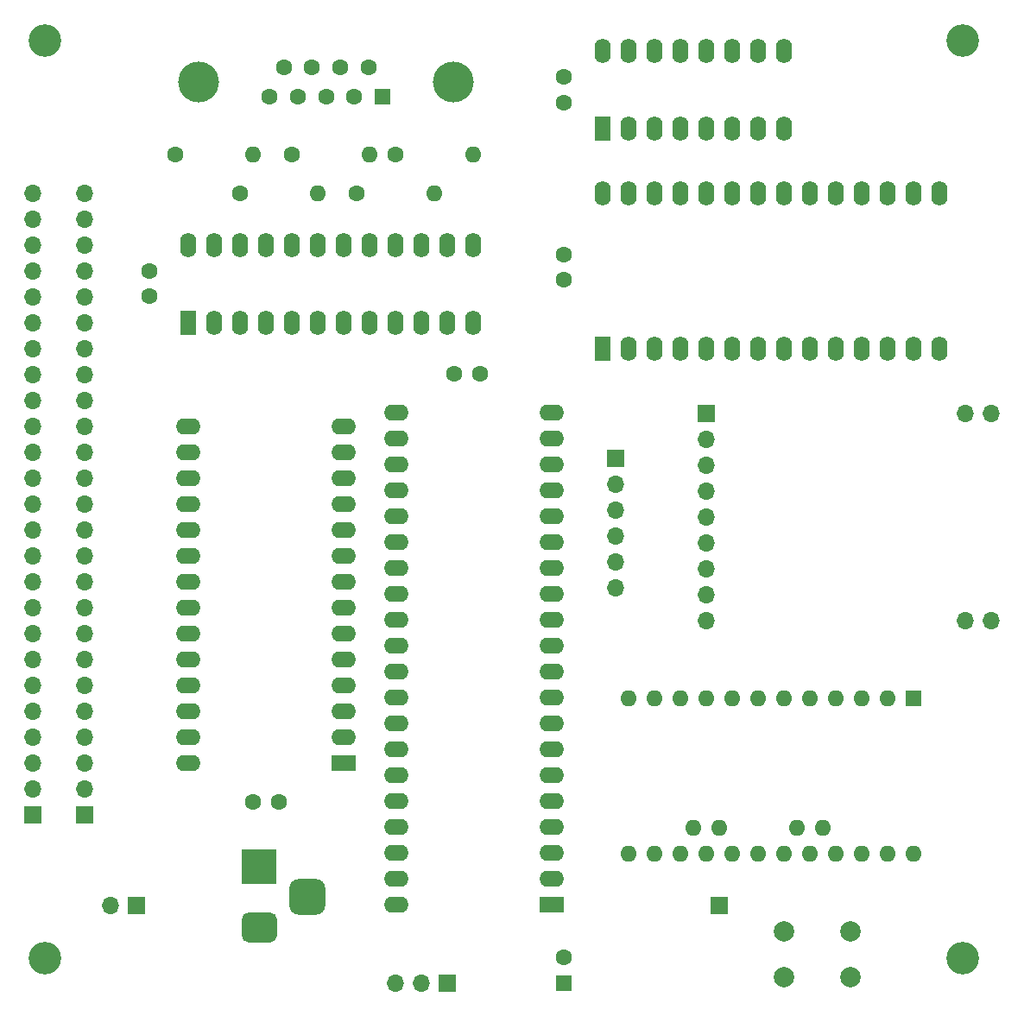
<source format=gbs>
G04 #@! TF.GenerationSoftware,KiCad,Pcbnew,(5.1.9)-1*
G04 #@! TF.CreationDate,2024-12-20T15:57:44+09:00*
G04 #@! TF.ProjectId,JR-100_SD,4a522d31-3030-45f5-9344-2e6b69636164,rev?*
G04 #@! TF.SameCoordinates,PX53920b0PY93c3260*
G04 #@! TF.FileFunction,Soldermask,Bot*
G04 #@! TF.FilePolarity,Negative*
%FSLAX46Y46*%
G04 Gerber Fmt 4.6, Leading zero omitted, Abs format (unit mm)*
G04 Created by KiCad (PCBNEW (5.1.9)-1) date 2024-12-20 15:57:44*
%MOMM*%
%LPD*%
G01*
G04 APERTURE LIST*
%ADD10C,1.600000*%
%ADD11R,1.600000X2.400000*%
%ADD12O,1.600000X2.400000*%
%ADD13O,2.400000X1.600000*%
%ADD14R,2.400000X1.600000*%
%ADD15C,3.200000*%
%ADD16R,1.700000X1.700000*%
%ADD17O,1.700000X1.700000*%
%ADD18R,1.600000X1.600000*%
%ADD19O,1.600000X1.600000*%
%ADD20R,3.500000X3.500000*%
%ADD21C,4.000000*%
%ADD22C,2.000000*%
G04 APERTURE END LIST*
D10*
X47622000Y62332000D03*
X45122000Y62332000D03*
D11*
X59690000Y64786000D03*
D12*
X92710000Y80026000D03*
X62230000Y64786000D03*
X90170000Y80026000D03*
X64770000Y64786000D03*
X87630000Y80026000D03*
X67310000Y64786000D03*
X85090000Y80026000D03*
X69850000Y64786000D03*
X82550000Y80026000D03*
X72390000Y64786000D03*
X80010000Y80026000D03*
X74930000Y64786000D03*
X77470000Y80026000D03*
X77470000Y64786000D03*
X74930000Y80026000D03*
X80010000Y64786000D03*
X72390000Y80026000D03*
X82550000Y64786000D03*
X69850000Y80026000D03*
X85090000Y64786000D03*
X67310000Y80026000D03*
X87630000Y64786000D03*
X64770000Y80026000D03*
X90170000Y64786000D03*
X62230000Y80026000D03*
X92710000Y64786000D03*
X59690000Y80026000D03*
D13*
X39407000Y10262000D03*
X54647000Y58522000D03*
X39407000Y12802000D03*
X54647000Y55982000D03*
X39407000Y15342000D03*
X54647000Y53442000D03*
X39407000Y17882000D03*
X54647000Y50902000D03*
X39407000Y20422000D03*
X54647000Y48362000D03*
X39407000Y22962000D03*
X54647000Y45822000D03*
X39407000Y25502000D03*
X54647000Y43282000D03*
X39407000Y28042000D03*
X54647000Y40742000D03*
X39407000Y30582000D03*
X54647000Y38202000D03*
X39407000Y33122000D03*
X54647000Y35662000D03*
X39407000Y35662000D03*
X54647000Y33122000D03*
X39407000Y38202000D03*
X54647000Y30582000D03*
X39407000Y40742000D03*
X54647000Y28042000D03*
X39407000Y43282000D03*
X54647000Y25502000D03*
X39407000Y45822000D03*
X54647000Y22962000D03*
X39407000Y48362000D03*
X54647000Y20422000D03*
X39407000Y50902000D03*
X54647000Y17882000D03*
X39407000Y53442000D03*
X54647000Y15342000D03*
X39407000Y55982000D03*
X54647000Y12802000D03*
X39407000Y58522000D03*
D14*
X54647000Y10262000D03*
D10*
X55880000Y74011000D03*
X55880000Y71511000D03*
D15*
X5000000Y95000000D03*
X95000000Y95000000D03*
X95000000Y5000000D03*
X5000000Y5000000D03*
D16*
X8890000Y19050000D03*
D17*
X8890000Y21590000D03*
X8890000Y24130000D03*
X8890000Y26670000D03*
X8890000Y29210000D03*
X8890000Y31750000D03*
X8890000Y34290000D03*
X8890000Y36830000D03*
X8890000Y39370000D03*
X8890000Y41910000D03*
X8890000Y44450000D03*
X8890000Y46990000D03*
X8890000Y49530000D03*
X8890000Y52070000D03*
X8890000Y54610000D03*
X8890000Y57150000D03*
X8890000Y59690000D03*
X8890000Y62230000D03*
X8890000Y64770000D03*
X8890000Y67310000D03*
X8890000Y69850000D03*
X8890000Y72390000D03*
X8890000Y74930000D03*
X8890000Y77470000D03*
X8890000Y80010000D03*
D16*
X69850000Y58420000D03*
D17*
X69850000Y55880000D03*
X69850000Y53340000D03*
X69850000Y50800000D03*
X69850000Y48260000D03*
X69850000Y45720000D03*
X69850000Y43180000D03*
X69850000Y40640000D03*
X69850000Y38100000D03*
X97790000Y38100000D03*
X95250000Y38100000D03*
X97790000Y58420000D03*
X95250000Y58420000D03*
D18*
X90170000Y30480000D03*
D19*
X87630000Y30480000D03*
X85090000Y30480000D03*
X62230000Y15240000D03*
X82550000Y30480000D03*
X64770000Y15240000D03*
X80010000Y30480000D03*
X67310000Y15240000D03*
X77470000Y30480000D03*
X69850000Y15240000D03*
X74930000Y30480000D03*
X72390000Y15240000D03*
X72390000Y30480000D03*
X74930000Y15240000D03*
X69850000Y30480000D03*
X77470000Y15240000D03*
X67310000Y30480000D03*
X80010000Y15240000D03*
X64770000Y30480000D03*
X82550000Y15240000D03*
X62230000Y30480000D03*
X85090000Y15240000D03*
X87630000Y15240000D03*
X90170000Y15240000D03*
X81280000Y17780000D03*
X78740000Y17780000D03*
X71120000Y17780000D03*
X68580000Y17780000D03*
D16*
X60960000Y53975000D03*
D17*
X60960000Y51435000D03*
X60960000Y48895000D03*
X60960000Y46355000D03*
X60960000Y43815000D03*
X60960000Y41275000D03*
D10*
X27900000Y20320000D03*
X25400000Y20320000D03*
X55880000Y88900000D03*
X55880000Y91400000D03*
D16*
X3810000Y19050000D03*
D17*
X3810000Y21590000D03*
X3810000Y24130000D03*
X3810000Y26670000D03*
X3810000Y29210000D03*
X3810000Y31750000D03*
X3810000Y34290000D03*
X3810000Y36830000D03*
X3810000Y39370000D03*
X3810000Y41910000D03*
X3810000Y44450000D03*
X3810000Y46990000D03*
X3810000Y49530000D03*
X3810000Y52070000D03*
X3810000Y54610000D03*
X3810000Y57150000D03*
X3810000Y59690000D03*
X3810000Y62230000D03*
X3810000Y64770000D03*
X3810000Y67310000D03*
X3810000Y69850000D03*
X3810000Y72390000D03*
X3810000Y74930000D03*
X3810000Y77470000D03*
X3810000Y80010000D03*
D10*
X17780000Y83820000D03*
D19*
X25400000Y83820000D03*
X36830000Y83820000D03*
D10*
X29210000Y83820000D03*
X39370000Y83820000D03*
D19*
X46990000Y83820000D03*
X31750000Y80010000D03*
D10*
X24130000Y80010000D03*
X35560000Y80010000D03*
D19*
X43180000Y80010000D03*
D11*
X19050000Y67310000D03*
D12*
X46990000Y74930000D03*
X21590000Y67310000D03*
X44450000Y74930000D03*
X24130000Y67310000D03*
X41910000Y74930000D03*
X26670000Y67310000D03*
X39370000Y74930000D03*
X29210000Y67310000D03*
X36830000Y74930000D03*
X31750000Y67310000D03*
X34290000Y74930000D03*
X34290000Y67310000D03*
X31750000Y74930000D03*
X36830000Y67310000D03*
X29210000Y74930000D03*
X39370000Y67310000D03*
X26670000Y74930000D03*
X41910000Y67310000D03*
X24130000Y74930000D03*
X44450000Y67310000D03*
X21590000Y74930000D03*
X46990000Y67310000D03*
X19050000Y74930000D03*
D11*
X59690000Y86360000D03*
D12*
X77470000Y93980000D03*
X62230000Y86360000D03*
X74930000Y93980000D03*
X64770000Y86360000D03*
X72390000Y93980000D03*
X67310000Y86360000D03*
X69850000Y93980000D03*
X69850000Y86360000D03*
X67310000Y93980000D03*
X72390000Y86360000D03*
X64770000Y93980000D03*
X74930000Y86360000D03*
X62230000Y93980000D03*
X77470000Y86360000D03*
X59690000Y93980000D03*
D14*
X34290000Y24130000D03*
D13*
X19050000Y57150000D03*
X34290000Y26670000D03*
X19050000Y54610000D03*
X34290000Y29210000D03*
X19050000Y52070000D03*
X34290000Y31750000D03*
X19050000Y49530000D03*
X34290000Y34290000D03*
X19050000Y46990000D03*
X34290000Y36830000D03*
X19050000Y44450000D03*
X34290000Y39370000D03*
X19050000Y41910000D03*
X34290000Y41910000D03*
X19050000Y39370000D03*
X34290000Y44450000D03*
X19050000Y36830000D03*
X34290000Y46990000D03*
X19050000Y34290000D03*
X34290000Y49530000D03*
X19050000Y31750000D03*
X34290000Y52070000D03*
X19050000Y29210000D03*
X34290000Y54610000D03*
X19050000Y26670000D03*
X34290000Y57150000D03*
X19050000Y24130000D03*
D16*
X13970000Y10160000D03*
D17*
X11430000Y10160000D03*
D20*
X26000000Y14000000D03*
G36*
G01*
X27000000Y6500000D02*
X25000000Y6500000D01*
G75*
G02*
X24250000Y7250000I0J750000D01*
G01*
X24250000Y8750000D01*
G75*
G02*
X25000000Y9500000I750000J0D01*
G01*
X27000000Y9500000D01*
G75*
G02*
X27750000Y8750000I0J-750000D01*
G01*
X27750000Y7250000D01*
G75*
G02*
X27000000Y6500000I-750000J0D01*
G01*
G37*
G36*
G01*
X31575000Y9250000D02*
X29825000Y9250000D01*
G75*
G02*
X28950000Y10125000I0J875000D01*
G01*
X28950000Y11875000D01*
G75*
G02*
X29825000Y12750000I875000J0D01*
G01*
X31575000Y12750000D01*
G75*
G02*
X32450000Y11875000I0J-875000D01*
G01*
X32450000Y10125000D01*
G75*
G02*
X31575000Y9250000I-875000J0D01*
G01*
G37*
D16*
X44450000Y2540000D03*
D17*
X41910000Y2540000D03*
X39370000Y2540000D03*
D10*
X15240000Y69890000D03*
X15240000Y72390000D03*
D18*
X55880000Y2540000D03*
D10*
X55880000Y5040000D03*
D18*
X38080000Y89500000D03*
D10*
X35310000Y89500000D03*
X32540000Y89500000D03*
X29770000Y89500000D03*
X27000000Y89500000D03*
X36695000Y92340000D03*
X33925000Y92340000D03*
X31155000Y92340000D03*
X28385000Y92340000D03*
D21*
X45040000Y90920000D03*
X20040000Y90920000D03*
D16*
X71120000Y10160000D03*
D22*
X77470000Y3120000D03*
X77470000Y7620000D03*
X83970000Y3120000D03*
X83970000Y7620000D03*
M02*

</source>
